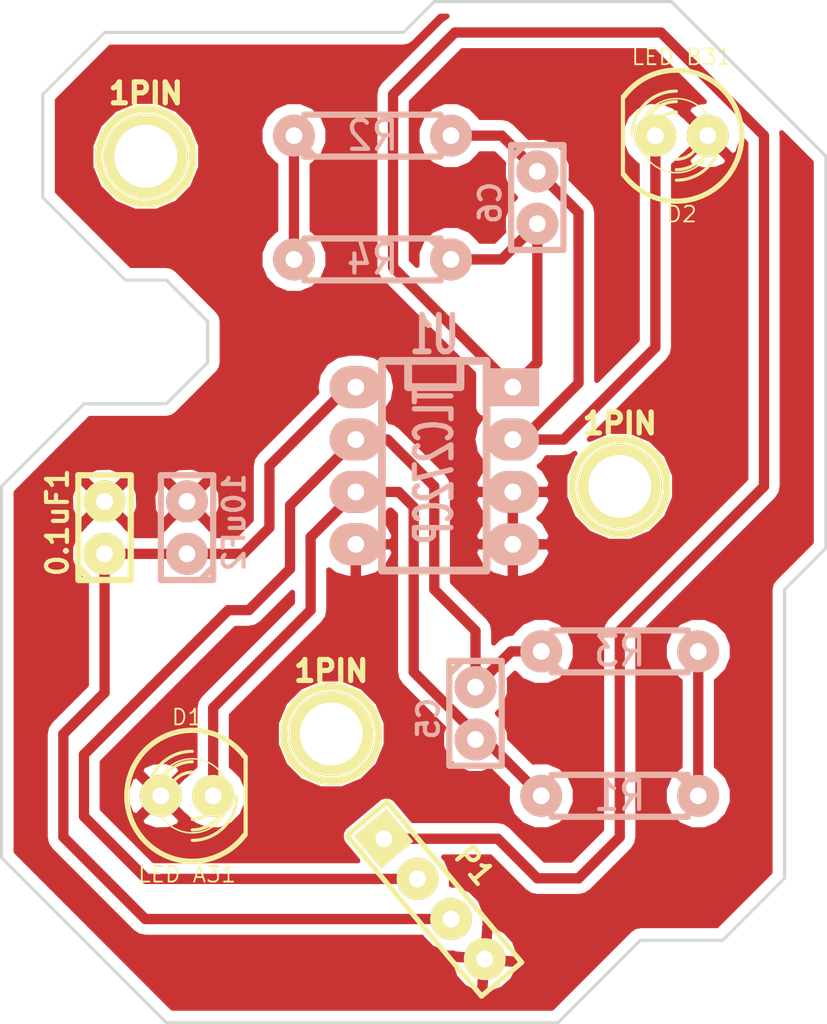
<source format=kicad_pcb>
(kicad_pcb (version 3) (host pcbnew "(2013-07-07 BZR 4022)-stable")

  (general
    (links 24)
    (no_connects 0)
    (area 18.924999 20.424999 59.075001 70.075001)
    (thickness 1.6)
    (drawings 29)
    (tracks 64)
    (zones 0)
    (modules 15)
    (nets 9)
  )

  (page USLetter)
  (layers
    (15 F.Cu signal)
    (0 B.Cu signal)
    (16 B.Adhes user)
    (17 F.Adhes user)
    (18 B.Paste user)
    (19 F.Paste user)
    (20 B.SilkS user)
    (21 F.SilkS user)
    (22 B.Mask user)
    (23 F.Mask user)
    (24 Dwgs.User user)
    (25 Cmts.User user)
    (26 Eco1.User user)
    (27 Eco2.User user)
    (28 Edge.Cuts user)
  )

  (setup
    (last_trace_width 0.5)
    (trace_clearance 0.254)
    (zone_clearance 0.508)
    (zone_45_only no)
    (trace_min 0.254)
    (segment_width 0.2)
    (edge_width 0.15)
    (via_size 0.889)
    (via_drill 0.635)
    (via_min_size 0.889)
    (via_min_drill 0.508)
    (uvia_size 0.508)
    (uvia_drill 0.127)
    (uvias_allowed no)
    (uvia_min_size 0.508)
    (uvia_min_drill 0.127)
    (pcb_text_width 0.3)
    (pcb_text_size 1.5 1.5)
    (mod_edge_width 0.15)
    (mod_text_size 1.5 1.5)
    (mod_text_width 0.15)
    (pad_size 1.8288 2.54)
    (pad_drill 0.8128)
    (pad_to_mask_clearance 0.4064)
    (solder_mask_min_width 0.4064)
    (aux_axis_origin 0 0)
    (visible_elements 7FFFFFFF)
    (pcbplotparams
      (layerselection 271613953)
      (usegerberextensions true)
      (excludeedgelayer true)
      (linewidth 0.100000)
      (plotframeref false)
      (viasonmask false)
      (mode 1)
      (useauxorigin false)
      (hpglpennumber 1)
      (hpglpenspeed 20)
      (hpglpendiameter 15)
      (hpglpenoverlay 2)
      (psnegative false)
      (psa4output false)
      (plotreference true)
      (plotvalue true)
      (plotothertext true)
      (plotinvisibletext false)
      (padsonsilk false)
      (subtractmaskfromsilk false)
      (outputformat 1)
      (mirror false)
      (drillshape 0)
      (scaleselection 1)
      (outputdirectory ../../Users/Administrator/Desktop/replaca/))
  )

  (net 0 "")
  (net 1 +5V)
  (net 2 /2)
  (net 3 /6)
  (net 4 /A1)
  (net 5 /A2)
  (net 6 GND)
  (net 7 N-000004)
  (net 8 N-000005)

  (net_class Default "This is the default net class."
    (clearance 0.254)
    (trace_width 0.5)
    (via_dia 0.889)
    (via_drill 0.635)
    (uvia_dia 0.508)
    (uvia_drill 0.127)
    (add_net "")
    (add_net +5V)
    (add_net /2)
    (add_net /6)
    (add_net /A1)
    (add_net /A2)
    (add_net GND)
    (add_net N-000004)
    (add_net N-000005)
  )

  (module C1 (layer F.Cu) (tedit 52F39CB1) (tstamp 52CD81AE)
    (at 24 46 90)
    (descr "Condensateur e = 1 pas")
    (tags C)
    (path /52CC7B60)
    (fp_text reference 0.1uF1 (at 0.254 -2.286 90) (layer F.SilkS)
      (effects (font (size 1.016 1.016) (thickness 0.2032)))
    )
    (fp_text value C1 (at 0 -2.286 90) (layer F.SilkS) hide
      (effects (font (size 1.016 1.016) (thickness 0.2032)))
    )
    (fp_line (start -2.4892 -1.27) (end 2.54 -1.27) (layer F.SilkS) (width 0.3048))
    (fp_line (start 2.54 -1.27) (end 2.54 1.27) (layer F.SilkS) (width 0.3048))
    (fp_line (start 2.54 1.27) (end -2.54 1.27) (layer F.SilkS) (width 0.3048))
    (fp_line (start -2.54 1.27) (end -2.54 -1.27) (layer F.SilkS) (width 0.3048))
    (fp_line (start -2.54 -0.635) (end -1.905 -1.27) (layer F.SilkS) (width 0.3048))
    (pad 1 thru_hole circle (at -1.27 0 90) (size 2.032 2.032) (drill 0.8128)
      (layers *.Cu *.Mask F.SilkS)
      (net 1 +5V)
      (solder_mask_margin 0.4064)
      (solder_paste_margin -0.4064)
    )
    (pad 2 thru_hole circle (at 1.27 0 90) (size 2.032 2.032) (drill 0.8128)
      (layers *.Cu *.Mask F.SilkS)
      (net 6 GND)
      (solder_mask_margin 0.4064)
      (solder_paste_margin -0.4064)
      (clearance 0.4064)
      (thermal_width 0.508)
      (thermal_gap 0.508)
    )
    (model discret/capa_1_pas.wrl
      (at (xyz 0 0 0))
      (scale (xyz 1 1 1))
      (rotate (xyz 0 0 0))
    )
  )

  (module C1 (layer B.Cu) (tedit 52F39CC1) (tstamp 52CD81A2)
    (at 28 46 90)
    (descr "Condensateur e = 1 pas")
    (tags C)
    (path /52CC7B81)
    (fp_text reference 10uF2 (at 0.254 2.286 90) (layer B.SilkS)
      (effects (font (size 1.016 1.016) (thickness 0.2032)) (justify mirror))
    )
    (fp_text value CP1 (at 0 2.286 90) (layer B.SilkS) hide
      (effects (font (size 1.016 1.016) (thickness 0.2032)) (justify mirror))
    )
    (fp_line (start -2.4892 1.27) (end 2.54 1.27) (layer B.SilkS) (width 0.3048))
    (fp_line (start 2.54 1.27) (end 2.54 -1.27) (layer B.SilkS) (width 0.3048))
    (fp_line (start 2.54 -1.27) (end -2.54 -1.27) (layer B.SilkS) (width 0.3048))
    (fp_line (start -2.54 -1.27) (end -2.54 1.27) (layer B.SilkS) (width 0.3048))
    (fp_line (start -2.54 0.635) (end -1.905 1.27) (layer B.SilkS) (width 0.3048))
    (pad 1 thru_hole circle (at -1.27 0 90) (size 2.032 2.032) (drill 0.8128)
      (layers *.Cu *.Mask B.SilkS)
      (net 1 +5V)
      (solder_mask_margin 0.4064)
      (solder_paste_margin -0.4064)
    )
    (pad 2 thru_hole circle (at 1.27 0 90) (size 2.032 2.032) (drill 0.8128)
      (layers *.Cu *.Mask B.SilkS)
      (net 6 GND)
      (solder_mask_margin 0.4064)
      (solder_paste_margin -0.4064)
    )
    (model discret/capa_1_pas.wrl
      (at (xyz 0 0 0))
      (scale (xyz 1 1 1))
      (rotate (xyz 0 0 0))
    )
  )

  (module R3-LARGE_PADS (layer B.Cu) (tedit 52F39CD6) (tstamp 52CD5353)
    (at 37 27)
    (descr "Resitance 3 pas")
    (tags R)
    (path /52CC7C6E)
    (autoplace_cost180 10)
    (fp_text reference R2 (at 0 0) (layer B.SilkS)
      (effects (font (size 1.397 1.27) (thickness 0.2032)) (justify mirror))
    )
    (fp_text value R (at 0 0) (layer B.SilkS) hide
      (effects (font (size 1.397 1.27) (thickness 0.2032)) (justify mirror))
    )
    (fp_line (start -3.81 0) (end -3.302 0) (layer B.SilkS) (width 0.3048))
    (fp_line (start 3.81 0) (end 3.302 0) (layer B.SilkS) (width 0.3048))
    (fp_line (start 3.302 0) (end 3.302 1.016) (layer B.SilkS) (width 0.3048))
    (fp_line (start 3.302 1.016) (end -3.302 1.016) (layer B.SilkS) (width 0.3048))
    (fp_line (start -3.302 1.016) (end -3.302 -1.016) (layer B.SilkS) (width 0.3048))
    (fp_line (start -3.302 -1.016) (end 3.302 -1.016) (layer B.SilkS) (width 0.3048))
    (fp_line (start 3.302 -1.016) (end 3.302 0) (layer B.SilkS) (width 0.3048))
    (fp_line (start -3.302 0.508) (end -2.794 1.016) (layer B.SilkS) (width 0.3048))
    (pad 1 thru_hole circle (at -3.81 0) (size 2.032 2.032) (drill 0.8128)
      (layers *.Cu *.Mask B.SilkS)
      (net 7 N-000004)
      (solder_mask_margin 0.4064)
      (solder_paste_margin -0.4064)
    )
    (pad 2 thru_hole circle (at 3.81 0) (size 2.032 2.032) (drill 0.8128)
      (layers *.Cu *.Mask B.SilkS)
      (net 2 /2)
      (solder_mask_margin 0.4064)
      (solder_paste_margin -0.4064)
    )
    (model discret/resistor.wrl
      (at (xyz 0 0 0))
      (scale (xyz 0.3 0.3 0.3))
      (rotate (xyz 0 0 0))
    )
  )

  (module R3-LARGE_PADS (layer B.Cu) (tedit 52CD5F94) (tstamp 52CD802A)
    (at 49 59 180)
    (descr "Resitance 3 pas")
    (tags R)
    (path /52CC7CE5)
    (autoplace_cost180 10)
    (fp_text reference R1 (at 0 0 180) (layer B.SilkS)
      (effects (font (size 1.397 1.27) (thickness 0.2032)) (justify mirror))
    )
    (fp_text value R (at 0 0 180) (layer B.SilkS) hide
      (effects (font (size 1.397 1.27) (thickness 0.2032)) (justify mirror))
    )
    (fp_line (start -3.81 0) (end -3.302 0) (layer B.SilkS) (width 0.3048))
    (fp_line (start 3.81 0) (end 3.302 0) (layer B.SilkS) (width 0.3048))
    (fp_line (start 3.302 0) (end 3.302 1.016) (layer B.SilkS) (width 0.3048))
    (fp_line (start 3.302 1.016) (end -3.302 1.016) (layer B.SilkS) (width 0.3048))
    (fp_line (start -3.302 1.016) (end -3.302 -1.016) (layer B.SilkS) (width 0.3048))
    (fp_line (start -3.302 -1.016) (end 3.302 -1.016) (layer B.SilkS) (width 0.3048))
    (fp_line (start 3.302 -1.016) (end 3.302 0) (layer B.SilkS) (width 0.3048))
    (fp_line (start -3.302 0.508) (end -2.794 1.016) (layer B.SilkS) (width 0.3048))
    (pad 1 thru_hole circle (at -3.81 0 180) (size 2.032 2.032) (drill 0.8128)
      (layers *.Cu *.Mask B.SilkS)
      (net 8 N-000005)
      (solder_mask_margin 0.4064)
      (solder_paste_margin -0.4064)
    )
    (pad 2 thru_hole circle (at 3.81 0 180) (size 2.032 2.032) (drill 0.8128)
      (layers *.Cu *.Mask B.SilkS)
      (net 3 /6)
      (solder_mask_margin 0.4064)
      (solder_paste_margin -0.4064)
    )
    (model discret/resistor.wrl
      (at (xyz 0 0 0))
      (scale (xyz 0.3 0.3 0.3))
      (rotate (xyz 0 0 0))
    )
  )

  (module R3-LARGE_PADS (layer B.Cu) (tedit 52CD5D0D) (tstamp 52CD8039)
    (at 49 52)
    (descr "Resitance 3 pas")
    (tags R)
    (path /52CC863A)
    (autoplace_cost180 10)
    (fp_text reference R3 (at 0 0) (layer B.SilkS)
      (effects (font (size 1.397 1.27) (thickness 0.2032)) (justify mirror))
    )
    (fp_text value R (at 0 0) (layer B.SilkS) hide
      (effects (font (size 1.397 1.27) (thickness 0.2032)) (justify mirror))
    )
    (fp_line (start -3.81 0) (end -3.302 0) (layer B.SilkS) (width 0.3048))
    (fp_line (start 3.81 0) (end 3.302 0) (layer B.SilkS) (width 0.3048))
    (fp_line (start 3.302 0) (end 3.302 1.016) (layer B.SilkS) (width 0.3048))
    (fp_line (start 3.302 1.016) (end -3.302 1.016) (layer B.SilkS) (width 0.3048))
    (fp_line (start -3.302 1.016) (end -3.302 -1.016) (layer B.SilkS) (width 0.3048))
    (fp_line (start -3.302 -1.016) (end 3.302 -1.016) (layer B.SilkS) (width 0.3048))
    (fp_line (start 3.302 -1.016) (end 3.302 0) (layer B.SilkS) (width 0.3048))
    (fp_line (start -3.302 0.508) (end -2.794 1.016) (layer B.SilkS) (width 0.3048))
    (pad 1 thru_hole circle (at -3.81 0) (size 2.032 2.032) (drill 0.8128)
      (layers *.Cu *.Mask B.SilkS)
      (net 5 /A2)
      (solder_mask_margin 0.4064)
      (solder_paste_margin -0.4064)
    )
    (pad 2 thru_hole circle (at 3.81 0) (size 2.032 2.032) (drill 0.8128)
      (layers *.Cu *.Mask B.SilkS)
      (net 8 N-000005)
      (solder_mask_margin 0.4064)
      (solder_paste_margin -0.4064)
    )
    (model discret/resistor.wrl
      (at (xyz 0 0 0))
      (scale (xyz 0.3 0.3 0.3))
      (rotate (xyz 0 0 0))
    )
  )

  (module R3-LARGE_PADS (layer B.Cu) (tedit 52E273CB) (tstamp 52CD537D)
    (at 37 33 180)
    (descr "Resitance 3 pas")
    (tags R)
    (path /52CC8665)
    (autoplace_cost180 10)
    (fp_text reference R4 (at 0 0 180) (layer B.SilkS)
      (effects (font (size 1.397 1.27) (thickness 0.2032)) (justify mirror))
    )
    (fp_text value R (at 0 0 180) (layer B.SilkS) hide
      (effects (font (size 1.397 1.27) (thickness 0.2032)) (justify mirror))
    )
    (fp_line (start -3.81 0) (end -3.302 0) (layer B.SilkS) (width 0.3048))
    (fp_line (start 3.81 0) (end 3.302 0) (layer B.SilkS) (width 0.3048))
    (fp_line (start 3.302 0) (end 3.302 1.016) (layer B.SilkS) (width 0.3048))
    (fp_line (start 3.302 1.016) (end -3.302 1.016) (layer B.SilkS) (width 0.3048))
    (fp_line (start -3.302 1.016) (end -3.302 -1.016) (layer B.SilkS) (width 0.3048))
    (fp_line (start -3.302 -1.016) (end 3.302 -1.016) (layer B.SilkS) (width 0.3048))
    (fp_line (start 3.302 -1.016) (end 3.302 0) (layer B.SilkS) (width 0.3048))
    (fp_line (start -3.302 0.508) (end -2.794 1.016) (layer B.SilkS) (width 0.3048))
    (pad 1 thru_hole circle (at -3.81 0 180) (size 2.032 2.032) (drill 0.8128)
      (layers *.Cu *.Mask B.SilkS)
      (net 4 /A1)
      (solder_mask_margin 0.4064)
      (solder_paste_margin -0.4064)
    )
    (pad 2 thru_hole circle (at 3.81 0 180) (size 2.032 2.032) (drill 0.8128)
      (layers *.Cu *.Mask B.SilkS)
      (net 7 N-000004)
      (solder_mask_margin 0.4064)
      (solder_paste_margin -0.4064)
      (clearance 0.4064)
      (thermal_width 0.508)
      (thermal_gap 0.508)
    )
    (model discret/resistor.wrl
      (at (xyz 0 0 0))
      (scale (xyz 0.3 0.3 0.3))
      (rotate (xyz 0 0 0))
    )
  )

  (module PIN_ARRAY_4x1 (layer F.Cu) (tedit 52F39CEB) (tstamp 52E049DC)
    (at 40 64 310)
    (descr "Double rangee de contacts 2 x 5 pins")
    (tags CONN)
    (path /52CC818D)
    (fp_text reference P1 (at 0 -2.54 310) (layer F.SilkS)
      (effects (font (size 1.016 1.016) (thickness 0.2032)))
    )
    (fp_text value CONN_4 (at 0 2.54 310) (layer F.SilkS) hide
      (effects (font (size 1.016 1.016) (thickness 0.2032)))
    )
    (fp_line (start 5.08 1.27) (end -5.08 1.27) (layer F.SilkS) (width 0.254))
    (fp_line (start 5.08 -1.27) (end -5.08 -1.27) (layer F.SilkS) (width 0.254))
    (fp_line (start -5.08 -1.27) (end -5.08 1.27) (layer F.SilkS) (width 0.254))
    (fp_line (start 5.08 1.27) (end 5.08 -1.27) (layer F.SilkS) (width 0.254))
    (pad 1 thru_hole rect (at -3.81 0 310) (size 2.032 2.032) (drill 0.8128)
      (layers *.Cu *.Mask F.SilkS)
      (net 4 /A1)
      (solder_mask_margin 0.4064)
      (solder_paste_margin -0.4064)
      (clearance 0.4064)
      (thermal_width 0.508)
      (thermal_gap 0.508)
    )
    (pad 2 thru_hole circle (at -1.269999 0 310) (size 2.032 2.032) (drill 0.8128)
      (layers *.Cu *.Mask F.SilkS)
      (net 5 /A2)
      (solder_mask_margin 0.4064)
      (solder_paste_margin -0.4064)
      (clearance 0.4064)
      (thermal_width 0.508)
      (thermal_gap 0.508)
    )
    (pad 3 thru_hole circle (at 1.269999 0 310) (size 2.032 2.032) (drill 0.8128)
      (layers *.Cu *.Mask F.SilkS)
      (net 1 +5V)
      (solder_mask_margin 0.4064)
      (solder_paste_margin -0.4064)
      (clearance 0.4064)
      (thermal_width 0.508)
      (thermal_gap 0.508)
    )
    (pad 4 thru_hole circle (at 3.81 0 310) (size 2.032 2.032) (drill 0.8128)
      (layers *.Cu *.Mask F.SilkS)
      (net 6 GND)
      (solder_mask_margin 0.4064)
      (solder_paste_margin -0.4064)
      (clearance 0.4064)
      (thermal_width 0.508)
      (thermal_gap 0.508)
    )
    (model pin_array\pins_array_4x1.wrl
      (at (xyz 0 0 0))
      (scale (xyz 1 1 1))
      (rotate (xyz 0 0 0))
    )
  )

  (module LED-5MM (layer F.Cu) (tedit 52F39C9C) (tstamp 52CD5398)
    (at 28 59)
    (descr "LED 5mm - Lead pitch 100mil (2,54mm)")
    (tags "LED led 5mm 5MM 100mil 2,54mm")
    (path /52CC7B96)
    (fp_text reference D1 (at 0 -3.81) (layer F.SilkS)
      (effects (font (size 0.762 0.762) (thickness 0.0889)))
    )
    (fp_text value "LED A31" (at 0 3.81) (layer F.SilkS)
      (effects (font (size 0.762 0.762) (thickness 0.0889)))
    )
    (fp_line (start 2.8448 1.905) (end 2.8448 -1.905) (layer F.SilkS) (width 0.2032))
    (fp_circle (center 0.254 0) (end -1.016 1.27) (layer F.SilkS) (width 0.0762))
    (fp_arc (start 0.254 0) (end 2.794 1.905) (angle 286.2) (layer F.SilkS) (width 0.254))
    (fp_arc (start 0.254 0) (end -0.889 0) (angle 90) (layer F.SilkS) (width 0.1524))
    (fp_arc (start 0.254 0) (end 1.397 0) (angle 90) (layer F.SilkS) (width 0.1524))
    (fp_arc (start 0.254 0) (end -1.397 0) (angle 90) (layer F.SilkS) (width 0.1524))
    (fp_arc (start 0.254 0) (end 1.905 0) (angle 90) (layer F.SilkS) (width 0.1524))
    (fp_arc (start 0.254 0) (end -1.905 0) (angle 90) (layer F.SilkS) (width 0.1524))
    (fp_arc (start 0.254 0) (end 2.413 0) (angle 90) (layer F.SilkS) (width 0.1524))
    (pad 1 thru_hole circle (at -1.27 0) (size 2.032 2.032) (drill 0.8128)
      (layers *.Cu *.Mask F.SilkS)
      (net 6 GND)
      (solder_mask_margin 0.4064)
      (solder_paste_margin -0.4064)
      (clearance 0.4064)
      (thermal_width 0.508)
      (thermal_gap 0.508)
    )
    (pad 2 thru_hole circle (at 1.27 0) (size 2.032 2.032) (drill 0.8128)
      (layers *.Cu *.Mask F.SilkS)
      (net 3 /6)
      (solder_mask_margin 0.4064)
      (solder_paste_margin -0.4064)
      (clearance 0.4064)
      (thermal_width 0.508)
      (thermal_gap 0.508)
    )
    (model discret/leds/led5_vertical_verde.wrl
      (at (xyz 0 0 0))
      (scale (xyz 1 1 1))
      (rotate (xyz 0 0 0))
    )
  )

  (module LED-5MM (layer F.Cu) (tedit 52E04B89) (tstamp 52CD53A7)
    (at 52 27 180)
    (descr "LED 5mm - Lead pitch 100mil (2,54mm)")
    (tags "LED led 5mm 5MM 100mil 2,54mm")
    (path /52CC7BA3)
    (fp_text reference D2 (at 0 -3.81 180) (layer F.SilkS)
      (effects (font (size 0.762 0.762) (thickness 0.0889)))
    )
    (fp_text value "LED B31" (at 0 3.81 180) (layer F.SilkS)
      (effects (font (size 0.762 0.762) (thickness 0.0889)))
    )
    (fp_line (start 2.8448 1.905) (end 2.8448 -1.905) (layer F.SilkS) (width 0.2032))
    (fp_circle (center 0.254 0) (end -1.016 1.27) (layer F.SilkS) (width 0.0762))
    (fp_arc (start 0.254 0) (end 2.794 1.905) (angle 286.2) (layer F.SilkS) (width 0.254))
    (fp_arc (start 0.254 0) (end -0.889 0) (angle 90) (layer F.SilkS) (width 0.1524))
    (fp_arc (start 0.254 0) (end 1.397 0) (angle 90) (layer F.SilkS) (width 0.1524))
    (fp_arc (start 0.254 0) (end -1.397 0) (angle 90) (layer F.SilkS) (width 0.1524))
    (fp_arc (start 0.254 0) (end 1.905 0) (angle 90) (layer F.SilkS) (width 0.1524))
    (fp_arc (start 0.254 0) (end -1.905 0) (angle 90) (layer F.SilkS) (width 0.1524))
    (fp_arc (start 0.254 0) (end 2.413 0) (angle 90) (layer F.SilkS) (width 0.1524))
    (pad 1 thru_hole circle (at -1.27 0 180) (size 2.032 2.032) (drill 0.8128)
      (layers *.Cu *.Mask F.SilkS)
      (net 6 GND)
      (solder_mask_margin 0.4064)
      (solder_paste_margin -0.4064)
      (clearance 0.4064)
      (thermal_width 0.508)
      (thermal_gap 0.508)
    )
    (pad 2 thru_hole circle (at 1.27 0 180) (size 2.032 2.032) (drill 0.8128)
      (layers *.Cu *.Mask F.SilkS)
      (net 2 /2)
      (solder_mask_margin 0.4064)
      (solder_paste_margin -0.4064)
      (clearance 0.4064)
      (thermal_width 0.508)
      (thermal_gap 0.508)
    )
    (model discret/leds/led5_vertical_verde.wrl
      (at (xyz 0 0 0))
      (scale (xyz 1 1 1))
      (rotate (xyz 0 0 0))
    )
  )

  (module DIP-8__300_ELL (layer B.Cu) (tedit 52F39D24) (tstamp 52CD53BA)
    (at 40 43 270)
    (descr "8 pins DIL package, elliptical pads")
    (tags DIL)
    (path /52CC7B30)
    (fp_text reference U1 (at -6.35 0 540) (layer B.SilkS)
      (effects (font (size 1.778 1.143) (thickness 0.3048)) (justify mirror))
    )
    (fp_text value TLC272CP (at 0 0 270) (layer B.SilkS)
      (effects (font (size 1.778 1.016) (thickness 0.3048)) (justify mirror))
    )
    (fp_line (start -5.08 1.27) (end -3.81 1.27) (layer B.SilkS) (width 0.381))
    (fp_line (start -3.81 1.27) (end -3.81 -1.27) (layer B.SilkS) (width 0.381))
    (fp_line (start -3.81 -1.27) (end -5.08 -1.27) (layer B.SilkS) (width 0.381))
    (fp_line (start -5.08 2.54) (end 5.08 2.54) (layer B.SilkS) (width 0.381))
    (fp_line (start 5.08 2.54) (end 5.08 -2.54) (layer B.SilkS) (width 0.381))
    (fp_line (start 5.08 -2.54) (end -5.08 -2.54) (layer B.SilkS) (width 0.381))
    (fp_line (start -5.08 -2.54) (end -5.08 2.54) (layer B.SilkS) (width 0.381))
    (pad 1 thru_hole rect (at -3.81 -3.81 270) (size 1.8288 2.54) (drill 0.8128)
      (layers *.Cu *.Mask B.SilkS)
      (net 4 /A1)
      (solder_mask_margin 0.4064)
      (solder_paste_margin -0.4064)
      (clearance 0.4064)
      (thermal_width 0.508)
      (thermal_gap 0.508)
    )
    (pad 2 thru_hole oval (at -1.27 -3.81 270) (size 2.032 2.54) (drill 0.8128)
      (layers *.Cu *.Mask B.SilkS)
      (net 2 /2)
      (solder_mask_margin 0.4064)
      (solder_paste_margin -0.4064)
      (clearance 0.4064)
      (thermal_width 0.508)
      (thermal_gap 0.508)
    )
    (pad 3 thru_hole oval (at 1.27 -3.81 270) (size 2.032 2.54) (drill 0.8128)
      (layers *.Cu *.Mask B.SilkS)
      (net 6 GND)
      (solder_mask_margin 0.4064)
      (solder_paste_margin -0.4064)
      (clearance 0.4064)
      (thermal_width 0.508)
      (thermal_gap 0.508)
    )
    (pad 4 thru_hole oval (at 3.81 -3.81 270) (size 2.032 2.54) (drill 0.8128)
      (layers *.Cu *.Mask B.SilkS)
      (net 6 GND)
      (solder_mask_margin 0.4064)
      (solder_paste_margin -0.4064)
      (clearance 0.4064)
      (thermal_width 0.508)
      (thermal_gap 0.508)
    )
    (pad 5 thru_hole oval (at 3.81 3.81 270) (size 2.032 2.54) (drill 0.8128)
      (layers *.Cu *.Mask B.SilkS)
      (net 6 GND)
      (solder_mask_margin 0.4064)
      (solder_paste_margin -0.4064)
      (clearance 0.4064)
      (thermal_width 0.508)
      (thermal_gap 0.508)
    )
    (pad 6 thru_hole oval (at 1.27 3.81 270) (size 2.032 2.54) (drill 0.8128)
      (layers *.Cu *.Mask B.SilkS)
      (net 3 /6)
      (solder_mask_margin 0.4064)
      (solder_paste_margin -0.4064)
      (clearance 0.4064)
      (thermal_width 0.508)
      (thermal_gap 0.508)
    )
    (pad 7 thru_hole oval (at -1.27 3.81 270) (size 2.032 2.54) (drill 0.8128)
      (layers *.Cu *.Mask B.SilkS)
      (net 5 /A2)
      (solder_mask_margin 0.4064)
      (solder_paste_margin -0.4064)
      (clearance 0.4064)
      (thermal_width 0.508)
      (thermal_gap 0.508)
    )
    (pad 8 thru_hole oval (at -3.81 3.81 270) (size 2.032 2.54) (drill 0.8128)
      (layers *.Cu *.Mask B.SilkS)
      (net 1 +5V)
      (solder_mask_margin 0.4064)
      (solder_paste_margin -0.4064)
      (clearance 0.4064)
      (thermal_width 0.508)
      (thermal_gap 0.508)
    )
    (model dil/dil_8.wrl
      (at (xyz 0 0 0))
      (scale (xyz 1 1 1))
      (rotate (xyz 0 0 0))
    )
  )

  (module C1 (layer B.Cu) (tedit 52E274DF) (tstamp 52CD53DB)
    (at 45 30 270)
    (descr "Condensateur e = 1 pas")
    (tags C)
    (path /52CC7B73)
    (fp_text reference C6 (at 0.254 2.286 270) (layer B.SilkS)
      (effects (font (size 1.016 1.016) (thickness 0.2032)) (justify mirror))
    )
    (fp_text value 0.1uF (at 0 2.286 270) (layer B.SilkS) hide
      (effects (font (size 1.016 1.016) (thickness 0.2032)) (justify mirror))
    )
    (fp_line (start -2.4892 1.27) (end 2.54 1.27) (layer B.SilkS) (width 0.3048))
    (fp_line (start 2.54 1.27) (end 2.54 -1.27) (layer B.SilkS) (width 0.3048))
    (fp_line (start 2.54 -1.27) (end -2.54 -1.27) (layer B.SilkS) (width 0.3048))
    (fp_line (start -2.54 -1.27) (end -2.54 1.27) (layer B.SilkS) (width 0.3048))
    (fp_line (start -2.54 0.635) (end -1.905 1.27) (layer B.SilkS) (width 0.3048))
    (pad 1 thru_hole circle (at -1.27 0 270) (size 2.032 2.032) (drill 0.8128)
      (layers *.Cu *.Mask B.SilkS)
      (net 2 /2)
      (solder_mask_margin 0.4064)
      (solder_paste_margin -0.4064)
    )
    (pad 2 thru_hole circle (at 1.27 0 270) (size 2.032 2.032) (drill 0.8128)
      (layers *.Cu *.Mask B.SilkS)
      (net 4 /A1)
      (solder_mask_margin 0.4064)
      (solder_paste_margin -0.4064)
      (clearance 0.4064)
      (thermal_width 0.508)
      (thermal_gap 0.508)
    )
    (model discret/capa_1_pas.wrl
      (at (xyz 0 0 0))
      (scale (xyz 1 1 1))
      (rotate (xyz 0 0 0))
    )
  )

  (module C1 (layer B.Cu) (tedit 3F92C496) (tstamp 52CD801B)
    (at 42 55 270)
    (descr "Condensateur e = 1 pas")
    (tags C)
    (path /52CC7B79)
    (fp_text reference C5 (at 0.254 2.286 270) (layer B.SilkS)
      (effects (font (size 1.016 1.016) (thickness 0.2032)) (justify mirror))
    )
    (fp_text value 0.1uF (at 0 2.286 270) (layer B.SilkS) hide
      (effects (font (size 1.016 1.016) (thickness 0.2032)) (justify mirror))
    )
    (fp_line (start -2.4892 1.27) (end 2.54 1.27) (layer B.SilkS) (width 0.3048))
    (fp_line (start 2.54 1.27) (end 2.54 -1.27) (layer B.SilkS) (width 0.3048))
    (fp_line (start 2.54 -1.27) (end -2.54 -1.27) (layer B.SilkS) (width 0.3048))
    (fp_line (start -2.54 -1.27) (end -2.54 1.27) (layer B.SilkS) (width 0.3048))
    (fp_line (start -2.54 0.635) (end -1.905 1.27) (layer B.SilkS) (width 0.3048))
    (pad 1 thru_hole circle (at -1.27 0 270) (size 2.032 2.032) (drill 0.8128)
      (layers *.Cu *.Mask B.SilkS)
      (net 5 /A2)
      (solder_mask_margin 0.4064)
      (solder_paste_margin -0.4064)
    )
    (pad 2 thru_hole circle (at 1.27 0 270) (size 2.032 2.032) (drill 0.8128)
      (layers *.Cu *.Mask B.SilkS)
      (net 3 /6)
      (solder_mask_margin 0.4064)
      (solder_paste_margin -0.4064)
    )
    (model discret/capa_1_pas.wrl
      (at (xyz 0 0 0))
      (scale (xyz 1 1 1))
      (rotate (xyz 0 0 0))
    )
  )

  (module 1pin (layer F.Cu) (tedit 200000) (tstamp 52CF14D1)
    (at 26 28)
    (descr "module 1 pin (ou trou mecanique de percage)")
    (tags DEV)
    (path 1pin)
    (fp_text reference 1PIN (at 0 -3.048) (layer F.SilkS)
      (effects (font (size 1.016 1.016) (thickness 0.254)))
    )
    (fp_text value P*** (at 0 2.794) (layer F.SilkS) hide
      (effects (font (size 1.016 1.016) (thickness 0.254)))
    )
    (fp_circle (center 0 0) (end 0 -2.286) (layer F.SilkS) (width 0.381))
    (pad 1 thru_hole circle (at 0 0) (size 4.064 4.064) (drill 3.048)
      (layers *.Cu *.Mask F.SilkS)
    )
  )

  (module 1pin (layer F.Cu) (tedit 200000) (tstamp 52CF14ED)
    (at 35 56)
    (descr "module 1 pin (ou trou mecanique de percage)")
    (tags DEV)
    (path 1pin)
    (fp_text reference 1PIN (at 0 -3.048) (layer F.SilkS)
      (effects (font (size 1.016 1.016) (thickness 0.254)))
    )
    (fp_text value P*** (at 0 2.794) (layer F.SilkS) hide
      (effects (font (size 1.016 1.016) (thickness 0.254)))
    )
    (fp_circle (center 0 0) (end 0 -2.286) (layer F.SilkS) (width 0.381))
    (pad 1 thru_hole circle (at 0 0) (size 4.064 4.064) (drill 3.048)
      (layers *.Cu *.Mask F.SilkS)
    )
  )

  (module 1pin (layer F.Cu) (tedit 200000) (tstamp 52CF152F)
    (at 49 44)
    (descr "module 1 pin (ou trou mecanique de percage)")
    (tags DEV)
    (path 1pin)
    (fp_text reference 1PIN (at 0 -3.048) (layer F.SilkS)
      (effects (font (size 1.016 1.016) (thickness 0.254)))
    )
    (fp_text value P*** (at 0 2.794) (layer F.SilkS) hide
      (effects (font (size 1.016 1.016) (thickness 0.254)))
    )
    (fp_circle (center 0 0) (end 0 -2.286) (layer F.SilkS) (width 0.381))
    (pad 1 thru_hole circle (at 0 0) (size 4.064 4.064) (drill 3.048)
      (layers *.Cu *.Mask F.SilkS)
    )
  )

  (gr_line (start 59 28) (end 51.5 20.5) (angle 90) (layer Edge.Cuts) (width 0.15))
  (gr_line (start 40 20.5) (end 51.5 20.5) (angle 90) (layer Edge.Cuts) (width 0.15))
  (gr_line (start 38.5 22) (end 40 20.5) (angle 90) (layer Edge.Cuts) (width 0.15))
  (gr_line (start 37.5 22) (end 38.5 22) (angle 90) (layer Edge.Cuts) (width 0.15))
  (gr_line (start 29 22) (end 37.5 22) (angle 90) (layer Edge.Cuts) (width 0.15))
  (gr_line (start 27 70) (end 28 70) (angle 90) (layer Edge.Cuts) (width 0.15))
  (gr_line (start 19 62) (end 27 70) (angle 90) (layer Edge.Cuts) (width 0.15))
  (gr_line (start 19 61) (end 19 62) (angle 90) (layer Edge.Cuts) (width 0.15))
  (gr_line (start 28 70) (end 40 70) (angle 90) (layer Edge.Cuts) (width 0.15))
  (gr_line (start 59 47) (end 59 28) (angle 90) (layer Edge.Cuts) (width 0.15))
  (gr_line (start 29 36) (end 29 38) (angle 90) (layer Edge.Cuts) (width 0.15))
  (gr_line (start 27 40) (end 29 38) (angle 90) (layer Edge.Cuts) (width 0.15))
  (gr_line (start 23 40) (end 27 40) (angle 90) (layer Edge.Cuts) (width 0.15))
  (gr_line (start 19 44) (end 23 40) (angle 90) (layer Edge.Cuts) (width 0.15))
  (gr_line (start 19 46) (end 19 44) (angle 90) (layer Edge.Cuts) (width 0.15))
  (gr_line (start 24 22) (end 29 22) (angle 90) (layer Edge.Cuts) (width 0.15))
  (gr_line (start 50 66) (end 48 68) (angle 90) (layer Edge.Cuts) (width 0.15))
  (gr_line (start 54 66) (end 50 66) (angle 90) (layer Edge.Cuts) (width 0.15))
  (gr_line (start 57 63) (end 54 66) (angle 90) (layer Edge.Cuts) (width 0.15))
  (gr_line (start 57 49) (end 57 63) (angle 90) (layer Edge.Cuts) (width 0.15))
  (gr_line (start 59 47) (end 57 49) (angle 90) (layer Edge.Cuts) (width 0.15))
  (gr_line (start 19 61) (end 19 46) (angle 90) (layer Edge.Cuts) (width 0.15))
  (gr_line (start 46 70) (end 40 70) (angle 90) (layer Edge.Cuts) (width 0.15))
  (gr_line (start 48 68) (end 46 70) (angle 90) (layer Edge.Cuts) (width 0.15))
  (gr_line (start 21 25) (end 24 22) (angle 90) (layer Edge.Cuts) (width 0.15))
  (gr_line (start 21 30) (end 21 25) (angle 90) (layer Edge.Cuts) (width 0.15))
  (gr_line (start 25 34) (end 21 30) (angle 90) (layer Edge.Cuts) (width 0.15))
  (gr_line (start 27 34) (end 25 34) (angle 90) (layer Edge.Cuts) (width 0.15))
  (gr_line (start 29 36) (end 27 34) (angle 90) (layer Edge.Cuts) (width 0.15))

  (segment (start 24 47.27) (end 24 54) (width 0.5) (layer F.Cu) (net 1))
  (segment (start 25.972876 64.972876) (end 40.81634 64.972876) (width 0.5) (layer F.Cu) (net 1) (tstamp 52D56C7A))
  (segment (start 22 61) (end 25.972876 64.972876) (width 0.5) (layer F.Cu) (net 1) (tstamp 52D56C78))
  (segment (start 22 56) (end 22 61) (width 0.5) (layer F.Cu) (net 1) (tstamp 52D56C76))
  (segment (start 24 54) (end 22 56) (width 0.5) (layer F.Cu) (net 1) (tstamp 52D56C74))
  (segment (start 24 47.27) (end 28 47.27) (width 0.5) (layer F.Cu) (net 1))
  (segment (start 36.19 39.19) (end 35.81 39.19) (width 0.5) (layer F.Cu) (net 1))
  (segment (start 35.81 39.19) (end 32 43) (width 0.5) (layer F.Cu) (net 1) (tstamp 52D56C6B))
  (segment (start 32 43) (end 32 46) (width 0.5) (layer F.Cu) (net 1) (tstamp 52D56C6C))
  (segment (start 32 46) (end 30.73 47.27) (width 0.5) (layer F.Cu) (net 1) (tstamp 52D56C6E))
  (segment (start 30.73 47.27) (end 28 47.27) (width 0.5) (layer F.Cu) (net 1) (tstamp 52D56C6F))
  (segment (start 47 39) (end 47 30.73) (width 0.5) (layer F.Cu) (net 2))
  (segment (start 44.27 41.73) (end 47 39) (width 0.5) (layer F.Cu) (net 2) (tstamp 52D5692A))
  (segment (start 43.81 41.73) (end 44.27 41.73) (width 0.5) (layer F.Cu) (net 2))
  (segment (start 47 30.73) (end 45 28.73) (width 0.5) (layer F.Cu) (net 2) (tstamp 52D56934))
  (segment (start 43.81 41.73) (end 46.27 41.73) (width 0.5) (layer F.Cu) (net 2))
  (segment (start 50.73 37.27) (end 50.73 27) (width 0.5) (layer F.Cu) (net 2) (tstamp 52D56922))
  (segment (start 46.27 41.73) (end 50.73 37.27) (width 0.5) (layer F.Cu) (net 2) (tstamp 52D56920))
  (segment (start 40.81 27) (end 43.27 27) (width 0.5) (layer F.Cu) (net 2))
  (segment (start 43.27 27) (end 45 28.73) (width 0.5) (layer F.Cu) (net 2) (tstamp 52D563A3))
  (segment (start 42 56.27) (end 42.46 56.27) (width 0.5) (layer F.Cu) (net 3))
  (segment (start 42.46 56.27) (end 45.19 59) (width 0.5) (layer F.Cu) (net 3) (tstamp 52D56D6A))
  (segment (start 29.27 59) (end 29.27 54.73) (width 0.5) (layer F.Cu) (net 3))
  (segment (start 34 46.46) (end 36.19 44.27) (width 0.5) (layer F.Cu) (net 3) (tstamp 52D566B1))
  (segment (start 34 50) (end 34 46.46) (width 0.5) (layer F.Cu) (net 3) (tstamp 52D566AF))
  (segment (start 29.27 54.73) (end 34 50) (width 0.5) (layer F.Cu) (net 3) (tstamp 52D566AD))
  (segment (start 42 56.27) (end 42 56) (width 0.5) (layer F.Cu) (net 3))
  (segment (start 38.27 44.27) (end 36.19 44.27) (width 0.5) (layer F.Cu) (net 3) (tstamp 52D5666A))
  (segment (start 39 45) (end 38.27 44.27) (width 0.5) (layer F.Cu) (net 3) (tstamp 52D56669))
  (segment (start 39 53) (end 39 45) (width 0.5) (layer F.Cu) (net 3) (tstamp 52D56667))
  (segment (start 42 56) (end 39 53) (width 0.5) (layer F.Cu) (net 3) (tstamp 52D56666))
  (segment (start 37.550979 61.081371) (end 43.081371 61.081371) (width 0.5) (layer F.Cu) (net 4))
  (segment (start 43.081371 61.081371) (end 45 63) (width 0.5) (layer F.Cu) (net 4) (tstamp 52D58F54))
  (segment (start 45 63) (end 47 63) (width 0.5) (layer F.Cu) (net 4) (tstamp 52D58F57))
  (segment (start 47 63) (end 49 61) (width 0.5) (layer F.Cu) (net 4) (tstamp 52D58F59))
  (segment (start 49 61) (end 49 51) (width 0.5) (layer F.Cu) (net 4) (tstamp 52D58F5B))
  (segment (start 49 51) (end 56 44) (width 0.5) (layer F.Cu) (net 4) (tstamp 52D58F5E))
  (segment (start 56 44) (end 56 27) (width 0.5) (layer F.Cu) (net 4) (tstamp 52D58F60))
  (segment (start 56 27) (end 51 22) (width 0.5) (layer F.Cu) (net 4) (tstamp 52D58F64))
  (segment (start 51 22) (end 41 22) (width 0.5) (layer F.Cu) (net 4) (tstamp 52D58F66))
  (segment (start 41 22) (end 38 25) (width 0.5) (layer F.Cu) (net 4) (tstamp 52D58F68))
  (segment (start 38 25) (end 38 33.38) (width 0.5) (layer F.Cu) (net 4) (tstamp 52D58F6A))
  (segment (start 38 33.38) (end 43.81 39.19) (width 0.5) (layer F.Cu) (net 4) (tstamp 52D58F6C))
  (segment (start 40.81 33) (end 43.27 33) (width 0.5) (layer F.Cu) (net 4))
  (segment (start 43.27 33) (end 45 31.27) (width 0.5) (layer F.Cu) (net 4) (tstamp 52D563A6))
  (segment (start 45 31.27) (end 45 38) (width 0.5) (layer F.Cu) (net 4))
  (segment (start 45 38) (end 43.81 39.19) (width 0.5) (layer F.Cu) (net 4) (tstamp 52D561C2))
  (segment (start 45.19 52) (end 43.73 52) (width 0.5) (layer F.Cu) (net 5))
  (segment (start 43.73 52) (end 42 53.73) (width 0.5) (layer F.Cu) (net 5) (tstamp 52D56D6F))
  (segment (start 42 53.73) (end 42 51) (width 0.5) (layer F.Cu) (net 5))
  (segment (start 37.73 41.73) (end 36.19 41.73) (width 0.5) (layer F.Cu) (net 5) (tstamp 52D56D22))
  (segment (start 40 44) (end 37.73 41.73) (width 0.5) (layer F.Cu) (net 5) (tstamp 52D56D20))
  (segment (start 40 49) (end 40 44) (width 0.5) (layer F.Cu) (net 5) (tstamp 52D56D1E))
  (segment (start 42 51) (end 40 49) (width 0.5) (layer F.Cu) (net 5) (tstamp 52D56D1C))
  (segment (start 39.18366 63.027124) (end 26.027124 63.027124) (width 0.5) (layer F.Cu) (net 5))
  (segment (start 26.027124 63.027124) (end 23 60) (width 0.5) (layer F.Cu) (net 5) (tstamp 52D566DF))
  (segment (start 23 60) (end 23 57) (width 0.5) (layer F.Cu) (net 5) (tstamp 52D566E4))
  (segment (start 23 57) (end 30 50) (width 0.5) (layer F.Cu) (net 5) (tstamp 52D566E5))
  (segment (start 30 50) (end 31 50) (width 0.5) (layer F.Cu) (net 5) (tstamp 52D566E9))
  (segment (start 31 50) (end 33 48) (width 0.5) (layer F.Cu) (net 5) (tstamp 52D566EC))
  (segment (start 33 48) (end 33 44.92) (width 0.5) (layer F.Cu) (net 5) (tstamp 52D566ED))
  (segment (start 33 44.92) (end 36.19 41.73) (width 0.5) (layer F.Cu) (net 5) (tstamp 52D566F0))
  (segment (start 33.19 27) (end 33.19 33) (width 0.5) (layer F.Cu) (net 7))
  (segment (start 52.81 59) (end 52.81 52) (width 0.5) (layer F.Cu) (net 8))

  (zone (net 6) (net_name GND) (layer F.Cu) (tstamp 52F242B9) (hatch edge 0.508)
    (connect_pads (clearance 0.508))
    (min_thickness 0.254)
    (fill (arc_segments 16) (thermal_gap 0.508) (thermal_bridge_width 0.508))
    (polygon
      (pts
        (xy 21 30) (xy 21 25) (xy 24 22) (xy 38.5 22) (xy 40 20.5)
        (xy 51.5 20.5) (xy 59 28) (xy 59 47) (xy 57 49) (xy 57 63)
        (xy 54 66) (xy 50 66) (xy 46 70) (xy 27 70) (xy 19 62)
        (xy 19 44) (xy 23 40) (xy 27 40) (xy 29 38) (xy 29 36)
        (xy 27 34) (xy 25 34) (xy 21 30)
      )
    )
    (filled_polygon
      (pts
        (xy 58.29 46.705908) (xy 56.497954 48.497954) (xy 56.344046 48.728295) (xy 56.29 49) (xy 56.29 62.705908)
        (xy 54.461286 64.534622) (xy 54.461286 58.673037) (xy 54.210466 58.066005) (xy 53.746437 57.601166) (xy 53.695 57.579807)
        (xy 53.695 53.42071) (xy 53.743995 53.400466) (xy 54.208834 52.936437) (xy 54.460713 52.329845) (xy 54.461286 51.673037)
        (xy 54.210466 51.066005) (xy 53.746437 50.601166) (xy 53.139845 50.349287) (xy 52.483037 50.348714) (xy 51.876005 50.599534)
        (xy 51.411166 51.063563) (xy 51.159287 51.670155) (xy 51.158714 52.326963) (xy 51.409534 52.933995) (xy 51.873563 53.398834)
        (xy 51.925 53.420192) (xy 51.925 57.579289) (xy 51.876005 57.599534) (xy 51.411166 58.063563) (xy 51.159287 58.670155)
        (xy 51.158714 59.326963) (xy 51.409534 59.933995) (xy 51.873563 60.398834) (xy 52.480155 60.650713) (xy 53.136963 60.651286)
        (xy 53.743995 60.400466) (xy 54.208834 59.936437) (xy 54.460713 59.329845) (xy 54.461286 58.673037) (xy 54.461286 64.534622)
        (xy 53.705908 65.29) (xy 50 65.29) (xy 49.728295 65.344046) (xy 49.497954 65.497954) (xy 47.497954 67.497954)
        (xy 45.705908 69.29) (xy 44.11462 69.29) (xy 44.11462 66.674849) (xy 43.894543 66.056008) (xy 43.454399 65.568494)
        (xy 42.978326 65.320666) (xy 42.707953 65.416183) (xy 42.586607 66.803181) (xy 43.973604 66.924528) (xy 44.11462 66.674849)
        (xy 44.11462 69.29) (xy 44.046984 69.29) (xy 44.046984 67.447934) (xy 43.951467 67.177561) (xy 42.564469 67.056215)
        (xy 42.443122 68.443212) (xy 42.692801 68.584228) (xy 43.311642 68.364151) (xy 43.799156 67.924007) (xy 44.046984 67.447934)
        (xy 44.046984 69.29) (xy 42.311435 69.29) (xy 42.311435 67.034077) (xy 40.924438 66.91273) (xy 40.783422 67.162409)
        (xy 41.003499 67.78125) (xy 41.443643 68.268764) (xy 41.919716 68.516592) (xy 42.190089 68.421075) (xy 42.311435 67.034077)
        (xy 42.311435 69.29) (xy 40 69.29) (xy 28 69.29) (xy 27.294091 69.29) (xy 19.71 61.705908)
        (xy 19.71 61) (xy 19.71 46) (xy 19.71 44.294092) (xy 23.294092 40.71) (xy 27 40.71)
        (xy 27.271705 40.655954) (xy 27.502046 40.502046) (xy 29.502046 38.502046) (xy 29.655954 38.271705) (xy 29.71 38)
        (xy 29.71 36) (xy 29.655954 35.728295) (xy 29.502046 35.497954) (xy 28.667461 34.663369) (xy 28.667461 27.471828)
        (xy 28.26229 26.49124) (xy 27.512706 25.740346) (xy 26.532826 25.333465) (xy 25.471828 25.332539) (xy 24.49124 25.73771)
        (xy 23.740346 26.487294) (xy 23.333465 27.467174) (xy 23.332539 28.528172) (xy 23.73771 29.50876) (xy 24.487294 30.259654)
        (xy 25.467174 30.666535) (xy 26.528172 30.667461) (xy 27.50876 30.26229) (xy 28.259654 29.512706) (xy 28.666535 28.532826)
        (xy 28.667461 27.471828) (xy 28.667461 34.663369) (xy 27.502046 33.497954) (xy 27.271705 33.344046) (xy 27 33.29)
        (xy 25.294092 33.29) (xy 21.71 29.705908) (xy 21.71 25.294091) (xy 24.294091 22.71) (xy 29 22.71)
        (xy 37.5 22.71) (xy 38.5 22.71) (xy 38.771705 22.655954) (xy 39.002046 22.502046) (xy 40.294092 21.21)
        (xy 40.619969 21.21) (xy 40.37421 21.37421) (xy 40.374207 21.374213) (xy 37.37421 24.37421) (xy 37.182367 24.661325)
        (xy 37.171189 24.717515) (xy 37.114999 25) (xy 37.115 25.000005) (xy 37.115 33.379994) (xy 37.114999 33.38)
        (xy 37.171189 33.662484) (xy 37.182367 33.718675) (xy 37.37421 34.00579) (xy 41.90489 38.536469) (xy 41.90489 40.230155)
        (xy 42.001359 40.463629) (xy 42.179832 40.642413) (xy 42.272252 40.680789) (xy 41.993354 41.09819) (xy 41.867679 41.73)
        (xy 41.993354 42.36181) (xy 42.351246 42.897433) (xy 42.525781 43.014053) (xy 42.298764 43.19237) (xy 41.982074 43.755523)
        (xy 41.950025 43.887056) (xy 42.069165 44.143) (xy 43.683 44.143) (xy 43.683 44.123) (xy 43.937 44.123)
        (xy 43.937 44.143) (xy 45.550835 44.143) (xy 45.669975 43.887056) (xy 45.637926 43.755523) (xy 45.321236 43.19237)
        (xy 45.094218 43.014053) (xy 45.268754 42.897433) (xy 45.457469 42.615) (xy 46.269994 42.615) (xy 46.27 42.615001)
        (xy 46.27 42.615) (xy 46.552484 42.55881) (xy 46.608674 42.547633) (xy 46.608675 42.547633) (xy 46.824083 42.403702)
        (xy 46.740346 42.487294) (xy 46.333465 43.467174) (xy 46.332539 44.528172) (xy 46.73771 45.50876) (xy 47.487294 46.259654)
        (xy 48.467174 46.666535) (xy 49.528172 46.667461) (xy 50.50876 46.26229) (xy 51.259654 45.512706) (xy 51.666535 44.532826)
        (xy 51.667461 43.471828) (xy 51.26229 42.49124) (xy 50.512706 41.740346) (xy 49.532826 41.333465) (xy 48.471828 41.332539)
        (xy 47.529804 41.721775) (xy 51.355786 37.895792) (xy 51.355789 37.89579) (xy 51.35579 37.89579) (xy 51.547633 37.608675)
        (xy 51.615 37.27) (xy 51.615 28.42071) (xy 51.663995 28.400466) (xy 52.087565 27.977633) (xy 52.105893 27.984502)
        (xy 53.090395 27) (xy 52.105893 26.015498) (xy 52.087083 26.022546) (xy 51.666437 25.601166) (xy 51.059845 25.349287)
        (xy 50.403037 25.348714) (xy 49.796005 25.599534) (xy 49.331166 26.063563) (xy 49.079287 26.670155) (xy 49.078714 27.326963)
        (xy 49.329534 27.933995) (xy 49.793563 28.398834) (xy 49.845 28.420192) (xy 49.845 36.90342) (xy 47.885 38.86342)
        (xy 47.885 30.730005) (xy 47.885 30.73) (xy 47.885001 30.73) (xy 47.817633 30.391325) (xy 47.62579 30.10421)
        (xy 47.625786 30.104207) (xy 46.630383 29.108803) (xy 46.650713 29.059845) (xy 46.651286 28.403037) (xy 46.400466 27.796005)
        (xy 45.936437 27.331166) (xy 45.329845 27.079287) (xy 44.673037 27.078714) (xy 44.621562 27.099982) (xy 43.89579 26.37421)
        (xy 43.608675 26.182367) (xy 43.552484 26.171189) (xy 43.27 26.114999) (xy 43.269994 26.115) (xy 42.23071 26.115)
        (xy 42.210466 26.066005) (xy 41.746437 25.601166) (xy 41.139845 25.349287) (xy 40.483037 25.348714) (xy 39.876005 25.599534)
        (xy 39.411166 26.063563) (xy 39.159287 26.670155) (xy 39.158714 27.326963) (xy 39.409534 27.933995) (xy 39.873563 28.398834)
        (xy 40.480155 28.650713) (xy 41.136963 28.651286) (xy 41.743995 28.400466) (xy 42.208834 27.936437) (xy 42.230192 27.885)
        (xy 42.90342 27.885) (xy 43.369616 28.351196) (xy 43.349287 28.400155) (xy 43.348714 29.056963) (xy 43.599534 29.663995)
        (xy 43.935132 30.000178) (xy 43.601166 30.333563) (xy 43.349287 30.940155) (xy 43.348714 31.596963) (xy 43.369982 31.648437)
        (xy 42.90342 32.115) (xy 42.23071 32.115) (xy 42.210466 32.066005) (xy 41.746437 31.601166) (xy 41.139845 31.349287)
        (xy 40.483037 31.348714) (xy 39.876005 31.599534) (xy 39.411166 32.063563) (xy 39.159287 32.670155) (xy 39.158748 33.287168)
        (xy 38.885 33.01342) (xy 38.885 25.366579) (xy 41.366579 22.885) (xy 50.63342 22.885) (xy 53.102413 25.353992)
        (xy 52.881981 25.361986) (xy 52.38612 25.567378) (xy 52.285498 25.835893) (xy 53.27 26.820395) (xy 53.284142 26.806252)
        (xy 53.463747 26.985857) (xy 53.449605 27) (xy 54.434107 27.984502) (xy 54.702622 27.88388) (xy 54.931816 27.268358)
        (xy 54.928619 27.180198) (xy 55.115 27.366579) (xy 55.115 43.63342) (xy 54.254502 44.493918) (xy 54.254502 28.164107)
        (xy 53.27 27.179605) (xy 52.285498 28.164107) (xy 52.38612 28.432622) (xy 53.001642 28.661816) (xy 53.658019 28.638014)
        (xy 54.15388 28.432622) (xy 54.254502 28.164107) (xy 54.254502 44.493918) (xy 48.37421 50.37421) (xy 48.182367 50.661325)
        (xy 48.171189 50.717515) (xy 48.114999 51) (xy 48.115 51.000005) (xy 48.115 60.63342) (xy 46.63342 62.115)
        (xy 45.366579 62.115) (xy 43.707161 60.455581) (xy 43.420046 60.263738) (xy 43.363855 60.25256) (xy 43.081371 60.19637)
        (xy 43.081365 60.196371) (xy 38.963746 60.196371) (xy 38.081897 59.145423) (xy 38.049975 59.128769) (xy 38.049975 47.192944)
        (xy 37.930835 46.937) (xy 36.317 46.937) (xy 36.317 48.461) (xy 36.571 48.461) (xy 37.193143 48.286724)
        (xy 37.701236 47.88763) (xy 38.017926 47.324477) (xy 38.049975 47.192944) (xy 38.049975 59.128769) (xy 37.857923 59.02858)
        (xy 37.667461 59.011749) (xy 37.667461 55.471828) (xy 37.26229 54.49124) (xy 36.512706 53.740346) (xy 35.532826 53.333465)
        (xy 34.471828 53.332539) (xy 33.49124 53.73771) (xy 32.740346 54.487294) (xy 32.333465 55.467174) (xy 32.332539 56.528172)
        (xy 32.73771 57.50876) (xy 33.487294 58.259654) (xy 34.467174 58.666535) (xy 35.528172 58.667461) (xy 36.50876 58.26229)
        (xy 37.259654 57.512706) (xy 37.666535 56.532826) (xy 37.667461 55.471828) (xy 37.667461 59.011749) (xy 37.606285 59.006344)
        (xy 37.365293 59.082098) (xy 37.171633 59.244309) (xy 35.615031 60.550453) (xy 35.498188 60.774427) (xy 35.475952 61.026065)
        (xy 35.551706 61.267057) (xy 35.713917 61.460717) (xy 36.285685 62.142124) (xy 27.714502 62.142124) (xy 27.714502 60.164107)
        (xy 26.73 59.179605) (xy 26.550395 59.35921) (xy 26.550395 59) (xy 25.565893 58.015498) (xy 25.297378 58.11612)
        (xy 25.068184 58.731642) (xy 25.091986 59.388019) (xy 25.297378 59.88388) (xy 25.565893 59.984502) (xy 26.550395 59)
        (xy 26.550395 59.35921) (xy 25.745498 60.164107) (xy 25.84612 60.432622) (xy 26.461642 60.661816) (xy 27.118019 60.638014)
        (xy 27.61388 60.432622) (xy 27.714502 60.164107) (xy 27.714502 62.142124) (xy 26.393703 62.142124) (xy 23.885 59.63342)
        (xy 23.885 57.366579) (xy 30.366579 50.885) (xy 30.999994 50.885) (xy 31 50.885001) (xy 31 50.885)
        (xy 31.282484 50.82881) (xy 31.338674 50.817633) (xy 31.338675 50.817633) (xy 31.62579 50.62579) (xy 33.115 49.136579)
        (xy 33.115 49.63342) (xy 28.64421 54.10421) (xy 28.452367 54.391325) (xy 28.441189 54.447515) (xy 28.384999 54.73)
        (xy 28.385 54.730005) (xy 28.385 57.579289) (xy 28.336005 57.599534) (xy 27.912434 58.022366) (xy 27.894107 58.015498)
        (xy 27.714502 58.195103) (xy 27.714502 57.835893) (xy 27.61388 57.567378) (xy 26.998358 57.338184) (xy 26.341981 57.361986)
        (xy 25.84612 57.567378) (xy 25.745498 57.835893) (xy 26.73 58.820395) (xy 27.714502 57.835893) (xy 27.714502 58.195103)
        (xy 26.909605 59) (xy 27.894107 59.984502) (xy 27.912916 59.977453) (xy 28.333563 60.398834) (xy 28.940155 60.650713)
        (xy 29.596963 60.651286) (xy 30.203995 60.400466) (xy 30.668834 59.936437) (xy 30.920713 59.329845) (xy 30.921286 58.673037)
        (xy 30.670466 58.066005) (xy 30.206437 57.601166) (xy 30.155 57.579807) (xy 30.155 55.096579) (xy 34.625786 50.625792)
        (xy 34.625789 50.62579) (xy 34.62579 50.62579) (xy 34.817633 50.338675) (xy 34.885 50) (xy 34.885001 50)
        (xy 34.885 49.999994) (xy 34.885 48.049623) (xy 35.186857 48.286724) (xy 35.809 48.461) (xy 36.063 48.461)
        (xy 36.063 46.937) (xy 36.043 46.937) (xy 36.043 46.683) (xy 36.063 46.683) (xy 36.063 46.663)
        (xy 36.317 46.663) (xy 36.317 46.683) (xy 37.930835 46.683) (xy 38.049975 46.427056) (xy 38.017926 46.295523)
        (xy 37.701236 45.73237) (xy 37.474218 45.554053) (xy 37.648754 45.437433) (xy 37.837469 45.155) (xy 37.90342 45.155)
        (xy 38.115 45.366579) (xy 38.115 52.999994) (xy 38.114999 53) (xy 38.171189 53.282484) (xy 38.182367 53.338675)
        (xy 38.37421 53.62579) (xy 40.448835 55.700415) (xy 40.349287 55.940155) (xy 40.348714 56.596963) (xy 40.599534 57.203995)
        (xy 41.063563 57.668834) (xy 41.670155 57.920713) (xy 42.326963 57.921286) (xy 42.703942 57.765521) (xy 43.559616 58.621195)
        (xy 43.539287 58.670155) (xy 43.538714 59.326963) (xy 43.789534 59.933995) (xy 44.253563 60.398834) (xy 44.860155 60.650713)
        (xy 45.516963 60.651286) (xy 46.123995 60.400466) (xy 46.588834 59.936437) (xy 46.840713 59.329845) (xy 46.841286 58.673037)
        (xy 46.590466 58.066005) (xy 46.126437 57.601166) (xy 45.519845 57.349287) (xy 44.863037 57.348714) (xy 44.811562 57.369982)
        (xy 43.651053 56.209473) (xy 43.651286 55.943037) (xy 43.400466 55.336005) (xy 43.064867 54.999821) (xy 43.398834 54.666437)
        (xy 43.650713 54.059845) (xy 43.651286 53.403037) (xy 43.630017 53.351562) (xy 43.918446 53.063132) (xy 44.253563 53.398834)
        (xy 44.860155 53.650713) (xy 45.516963 53.651286) (xy 46.123995 53.400466) (xy 46.588834 52.936437) (xy 46.840713 52.329845)
        (xy 46.841286 51.673037) (xy 46.590466 51.066005) (xy 46.126437 50.601166) (xy 45.669975 50.411626) (xy 45.669975 47.192944)
        (xy 45.669975 46.427056) (xy 45.637926 46.295523) (xy 45.321236 45.73237) (xy 45.076326 45.54) (xy 45.321236 45.34763)
        (xy 45.637926 44.784477) (xy 45.669975 44.652944) (xy 45.550835 44.397) (xy 43.937 44.397) (xy 43.937 45.159)
        (xy 43.937 45.921) (xy 43.937 46.683) (xy 45.550835 46.683) (xy 45.669975 46.427056) (xy 45.669975 47.192944)
        (xy 45.550835 46.937) (xy 43.937 46.937) (xy 43.937 48.461) (xy 44.191 48.461) (xy 44.813143 48.286724)
        (xy 45.321236 47.88763) (xy 45.637926 47.324477) (xy 45.669975 47.192944) (xy 45.669975 50.411626) (xy 45.519845 50.349287)
        (xy 44.863037 50.348714) (xy 44.256005 50.599534) (xy 43.791166 51.063563) (xy 43.769807 51.115) (xy 43.73 51.115)
        (xy 43.683 51.124348) (xy 43.683 48.461) (xy 43.683 46.937) (xy 43.683 46.683) (xy 43.683 45.921)
        (xy 43.683 45.159) (xy 43.683 44.397) (xy 42.069165 44.397) (xy 41.950025 44.652944) (xy 41.982074 44.784477)
        (xy 42.298764 45.34763) (xy 42.543673 45.54) (xy 42.298764 45.73237) (xy 41.982074 46.295523) (xy 41.950025 46.427056)
        (xy 42.069165 46.683) (xy 43.683 46.683) (xy 43.683 46.937) (xy 42.069165 46.937) (xy 41.950025 47.192944)
        (xy 41.982074 47.324477) (xy 42.298764 47.88763) (xy 42.806857 48.286724) (xy 43.429 48.461) (xy 43.683 48.461)
        (xy 43.683 51.124348) (xy 43.391325 51.182367) (xy 43.10421 51.37421) (xy 43.104207 51.374213) (xy 42.885 51.59342)
        (xy 42.885 51.000005) (xy 42.885 51) (xy 42.885001 51) (xy 42.817633 50.661325) (xy 42.62579 50.37421)
        (xy 42.625786 50.374207) (xy 40.885 48.63342) (xy 40.885 44) (xy 40.884999 43.999999) (xy 40.885 43.999999)
        (xy 40.817633 43.661325) (xy 40.62579 43.37421) (xy 40.625786 43.374207) (xy 38.35579 41.10421) (xy 38.068675 40.912367)
        (xy 38.012484 40.901189) (xy 37.853943 40.869653) (xy 37.853942 40.869653) (xy 37.648754 40.562567) (xy 37.495251 40.46)
        (xy 37.648754 40.357433) (xy 38.006646 39.82181) (xy 38.132321 39.19) (xy 38.006646 38.55819) (xy 37.648754 38.022567)
        (xy 37.113131 37.664675) (xy 36.481321 37.539) (xy 35.898679 37.539) (xy 35.266869 37.664675) (xy 34.841286 37.94904)
        (xy 34.841286 32.673037) (xy 34.590466 32.066005) (xy 34.126437 31.601166) (xy 34.075 31.579807) (xy 34.075 28.42071)
        (xy 34.123995 28.400466) (xy 34.588834 27.936437) (xy 34.840713 27.329845) (xy 34.841286 26.673037) (xy 34.590466 26.066005)
        (xy 34.126437 25.601166) (xy 33.519845 25.349287) (xy 32.863037 25.348714) (xy 32.256005 25.599534) (xy 31.791166 26.063563)
        (xy 31.539287 26.670155) (xy 31.538714 27.326963) (xy 31.789534 27.933995) (xy 32.253563 28.398834) (xy 32.305 28.420192)
        (xy 32.305 31.579289) (xy 32.256005 31.599534) (xy 31.791166 32.063563) (xy 31.539287 32.670155) (xy 31.538714 33.326963)
        (xy 31.789534 33.933995) (xy 32.253563 34.398834) (xy 32.860155 34.650713) (xy 33.516963 34.651286) (xy 34.123995 34.400466)
        (xy 34.588834 33.936437) (xy 34.840713 33.329845) (xy 34.841286 32.673037) (xy 34.841286 37.94904) (xy 34.731246 38.022567)
        (xy 34.373354 38.55819) (xy 34.247679 39.19) (xy 34.299234 39.449186) (xy 31.37421 42.37421) (xy 31.182367 42.661325)
        (xy 31.171189 42.717515) (xy 31.114999 43) (xy 31.115 43.000005) (xy 31.115 45.63342) (xy 30.36342 46.385)
        (xy 29.661816 46.385) (xy 29.661816 44.998358) (xy 29.638014 44.341981) (xy 29.432622 43.84612) (xy 29.164107 43.745498)
        (xy 28.984502 43.925103) (xy 28.984502 43.565893) (xy 28.88388 43.297378) (xy 28.268358 43.068184) (xy 27.611981 43.091986)
        (xy 27.11612 43.297378) (xy 27.015498 43.565893) (xy 28 44.550395) (xy 28.984502 43.565893) (xy 28.984502 43.925103)
        (xy 28.179605 44.73) (xy 29.164107 45.714502) (xy 29.432622 45.61388) (xy 29.661816 44.998358) (xy 29.661816 46.385)
        (xy 29.42071 46.385) (xy 29.400466 46.336005) (xy 28.977633 45.912434) (xy 28.984502 45.894107) (xy 28 44.909605)
        (xy 27.820395 45.08921) (xy 27.820395 44.73) (xy 26.835893 43.745498) (xy 26.567378 43.84612) (xy 26.338184 44.461642)
        (xy 26.361986 45.118019) (xy 26.567378 45.61388) (xy 26.835893 45.714502) (xy 27.820395 44.73) (xy 27.820395 45.08921)
        (xy 27.015498 45.894107) (xy 27.022546 45.912916) (xy 26.601166 46.333563) (xy 26.579807 46.385) (xy 25.661816 46.385)
        (xy 25.661816 44.998358) (xy 25.638014 44.341981) (xy 25.432622 43.84612) (xy 25.164107 43.745498) (xy 24.984502 43.925103)
        (xy 24.984502 43.565893) (xy 24.88388 43.297378) (xy 24.268358 43.068184) (xy 23.611981 43.091986) (xy 23.11612 43.297378)
        (xy 23.015498 43.565893) (xy 24 44.550395) (xy 24.984502 43.565893) (xy 24.984502 43.925103) (xy 24.179605 44.73)
        (xy 25.164107 45.714502) (xy 25.432622 45.61388) (xy 25.661816 44.998358) (xy 25.661816 46.385) (xy 25.42071 46.385)
        (xy 25.400466 46.336005) (xy 24.977633 45.912434) (xy 24.984502 45.894107) (xy 24 44.909605) (xy 23.820395 45.08921)
        (xy 23.820395 44.73) (xy 22.835893 43.745498) (xy 22.567378 43.84612) (xy 22.338184 44.461642) (xy 22.361986 45.118019)
        (xy 22.567378 45.61388) (xy 22.835893 45.714502) (xy 23.820395 44.73) (xy 23.820395 45.08921) (xy 23.015498 45.894107)
        (xy 23.022546 45.912916) (xy 22.601166 46.333563) (xy 22.349287 46.940155) (xy 22.348714 47.596963) (xy 22.599534 48.203995)
        (xy 23.063563 48.668834) (xy 23.115 48.690192) (xy 23.115 53.63342) (xy 21.37421 55.37421) (xy 21.182367 55.661325)
        (xy 21.171189 55.717515) (xy 21.114999 56) (xy 21.115 56.000005) (xy 21.115 60.999994) (xy 21.114999 61)
        (xy 21.171189 61.282484) (xy 21.182367 61.338675) (xy 21.37421 61.62579) (xy 25.347083 65.598662) (xy 25.347086 65.598666)
        (xy 25.634201 65.790509) (xy 25.972876 65.857877) (xy 25.972876 65.857876) (xy 25.972881 65.857876) (xy 39.395629 65.857876)
        (xy 39.415874 65.906871) (xy 39.879903 66.37171) (xy 40.486495 66.623589) (xy 40.933956 66.623979) (xy 40.946575 66.659697)
        (xy 42.112484 66.7617) (xy 42.255272 66.904488) (xy 42.43488 66.72488) (xy 42.346241 66.636241) (xy 42.45492 65.394046)
        (xy 42.43403 65.382247) (xy 42.467053 65.302721) (xy 42.467626 64.645913) (xy 42.216806 64.038881) (xy 41.752777 63.574042)
        (xy 41.146185 63.322163) (xy 40.834403 63.321891) (xy 40.834946 62.700161) (xy 40.584126 62.093129) (xy 40.457588 61.966371)
        (xy 42.714791 61.966371) (xy 44.374207 63.625786) (xy 44.37421 63.62579) (xy 44.661325 63.817633) (xy 45 63.885001)
        (xy 45 63.885) (xy 45.000005 63.885) (xy 46.999994 63.885) (xy 47 63.885001) (xy 47 63.885)
        (xy 47.282484 63.82881) (xy 47.338674 63.817633) (xy 47.338675 63.817633) (xy 47.62579 63.62579) (xy 49.625786 61.625792)
        (xy 49.625789 61.62579) (xy 49.62579 61.62579) (xy 49.817633 61.338675) (xy 49.885 61) (xy 49.885001 61)
        (xy 49.885 60.999994) (xy 49.885 51.366579) (xy 56.625786 44.625792) (xy 56.625789 44.62579) (xy 56.62579 44.62579)
        (xy 56.817633 44.338675) (xy 56.885 44.000001) (xy 56.884999 44) (xy 56.885 44) (xy 56.885 27)
        (xy 56.884999 26.999999) (xy 56.885 26.999999) (xy 56.85746 26.861552) (xy 58.29 28.294091) (xy 58.29 46.705908)
      )
    )
  )
)

</source>
